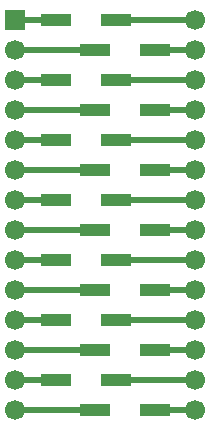
<source format=gbl>
G04 #@! TF.GenerationSoftware,KiCad,Pcbnew,9.0.6*
G04 #@! TF.CreationDate,2026-01-07T20:22:05-06:00*
G04 #@! TF.ProjectId,SSOP-28_5.3x10.2_P0.65,53534f50-2d32-4385-9f35-2e337831302e,rev?*
G04 #@! TF.SameCoordinates,Original*
G04 #@! TF.FileFunction,Copper,L2,Bot*
G04 #@! TF.FilePolarity,Positive*
%FSLAX46Y46*%
G04 Gerber Fmt 4.6, Leading zero omitted, Abs format (unit mm)*
G04 Created by KiCad (PCBNEW 9.0.6) date 2026-01-07 20:22:05*
%MOMM*%
%LPD*%
G01*
G04 APERTURE LIST*
G04 #@! TA.AperFunction,ComponentPad*
%ADD10R,1.700000X1.700000*%
G04 #@! TD*
G04 #@! TA.AperFunction,ComponentPad*
%ADD11C,1.700000*%
G04 #@! TD*
G04 #@! TA.AperFunction,SMDPad,CuDef*
%ADD12R,2.510000X1.000000*%
G04 #@! TD*
G04 #@! TA.AperFunction,Conductor*
%ADD13C,0.500000*%
G04 #@! TD*
G04 APERTURE END LIST*
D10*
X123952000Y-86614000D03*
D11*
X123952000Y-89154000D03*
X123952000Y-91694000D03*
X123952000Y-94234000D03*
X123952000Y-96774000D03*
X123952000Y-99314000D03*
X123952000Y-101854000D03*
X123952000Y-104394000D03*
X123952000Y-106934000D03*
X123952000Y-109474000D03*
X123952000Y-112014000D03*
X123952000Y-114554000D03*
X123952000Y-117094000D03*
X123952000Y-119634000D03*
D12*
X127377000Y-86614000D03*
X130687000Y-89154000D03*
X127377000Y-91694000D03*
X130687000Y-94234000D03*
X127377000Y-96774000D03*
X130687000Y-99314000D03*
X127377000Y-101854000D03*
X130687000Y-104394000D03*
X127377000Y-106934000D03*
X130687000Y-109474000D03*
X127377000Y-112014000D03*
X130687000Y-114554000D03*
X127377000Y-117094000D03*
X130687000Y-119634000D03*
X132457000Y-86614000D03*
X135767000Y-89154000D03*
X132457000Y-91694000D03*
X135767000Y-94234000D03*
X132457000Y-96774000D03*
X135767000Y-99314000D03*
X132457000Y-101854000D03*
X135767000Y-104394000D03*
X132457000Y-106934000D03*
X135767000Y-109474000D03*
X132457000Y-112014000D03*
X135767000Y-114554000D03*
X132457000Y-117094000D03*
X135767000Y-119634000D03*
D11*
X139192000Y-86614000D03*
X139192000Y-89154000D03*
X139192000Y-91694000D03*
X139192000Y-94234000D03*
X139192000Y-96774000D03*
X139192000Y-99314000D03*
X139192000Y-101854000D03*
X139192000Y-104394000D03*
X139192000Y-106934000D03*
X139192000Y-109474000D03*
X139192000Y-112014000D03*
X139192000Y-114554000D03*
X139192000Y-117094000D03*
X139192000Y-119634000D03*
D13*
X139192000Y-89154000D02*
X135767000Y-89154000D01*
X123952000Y-109474000D02*
X130687000Y-109474000D01*
X123952000Y-91694000D02*
X127377000Y-91694000D01*
X130687000Y-99314000D02*
X123952000Y-99314000D01*
X123952000Y-104394000D02*
X130687000Y-104394000D01*
X127377000Y-86614000D02*
X123952000Y-86614000D01*
X127377000Y-101854000D02*
X123952000Y-101854000D01*
X132457000Y-86614000D02*
X139192000Y-86614000D01*
X130687000Y-89154000D02*
X123952000Y-89154000D01*
X132457000Y-96774000D02*
X139192000Y-96774000D01*
X135767000Y-99314000D02*
X139192000Y-99314000D01*
X135767000Y-109474000D02*
X139192000Y-109474000D01*
X139192000Y-106934000D02*
X132457000Y-106934000D01*
X139192000Y-112014000D02*
X132457000Y-112014000D01*
X127377000Y-106934000D02*
X123952000Y-106934000D01*
X123952000Y-119634000D02*
X130687000Y-119634000D01*
X132457000Y-91694000D02*
X139192000Y-91694000D01*
X135767000Y-104394000D02*
X139192000Y-104394000D01*
X139192000Y-117094000D02*
X132457000Y-117094000D01*
X135767000Y-119634000D02*
X139192000Y-119634000D01*
X139192000Y-94234000D02*
X135767000Y-94234000D01*
X135767000Y-114554000D02*
X139192000Y-114554000D01*
X127377000Y-96774000D02*
X123952000Y-96774000D01*
X130687000Y-94234000D02*
X123952000Y-94234000D01*
X127377000Y-117094000D02*
X123952000Y-117094000D01*
X123952000Y-114554000D02*
X130687000Y-114554000D01*
X127377000Y-112014000D02*
X123952000Y-112014000D01*
X139192000Y-101854000D02*
X132457000Y-101854000D01*
M02*

</source>
